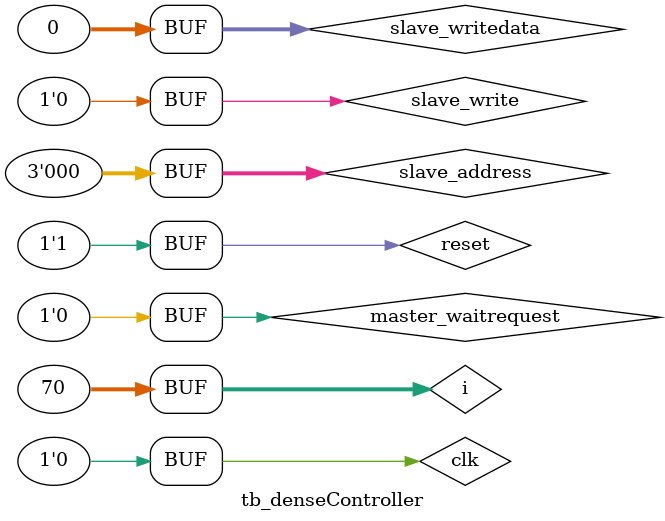
<source format=v>
`timescale 1 ps / 1 ps

module tb_denseController();

  reg clk, reset, slave_read, slave_write, master_waitrequest;
  reg [2:0] slave_address;
  reg [31:0] slave_writedata;
  wire slave_waitrequest, master_read, master_write;
  wire [31:0] slave_readdata, master_address, master_writedata, master_readdata;
  reg [31:0] sdram[0:255];
  integer i;

  denseController DUT(clk, reset, slave_waitrequest, slave_address, slave_read,
              slave_readdata, slave_write, slave_writedata, master_waitrequest,
              master_address, master_read, master_readdata,
              master_write, master_writedata);

  assign master_readdata = sdram[master_address];

  initial begin
    // Weights
    sdram[1] = 32'b0000_0001_0000_0000_0000_0000_0000_0000;
    sdram[2] = 32'b0000_0010_0000_0000_0000_0000_0000_0000;
    sdram[3] = 32'b0000_0011_0000_0000_0000_0000_0000_0000;
    sdram[4] = 32'b0000_0100_0000_0000_0000_0000_0000_0000;
    sdram[5] = 32'b0000_0101_0000_0000_0000_0000_0000_0000;
    sdram[6] = 32'b0000_0110_0000_0000_0000_0000_0000_0000;
    sdram[7] = 32'b0000_0111_0000_0000_0000_0000_0000_0000;
    sdram[8] = 32'b0000_1000_0000_0000_0000_0000_0000_0000;
    sdram[9] = 32'b0000_1001_0000_0000_0000_0000_0000_0000;

    // Input Activations
    sdram[10] = 32'b0000_0000_1000_0000_0000_0000_0000_0000;
    sdram[11] = 32'b0000_0000_0100_0000_0000_0000_0000_0000;
    sdram[12] = 32'b0000_0000_0010_0000_0000_0000_0000_0000;

    // Bias Vector
    sdram[15] = 32'b1111_1111_0000_0000_0000_0000_0000_0000;
    sdram[16] = 32'b0000_0010_0000_0000_0000_0000_0000_0000;
    sdram[17] = 32'b1111_1101_0000_0000_0000_0000_0000_0000;

    // Test
    master_waitrequest = 1'b1;
    reset = 1'b0;
    #10;
    reset = 1'b1;
    #10;

    // word1 = 15
    clk = 1'b1;
    #10;
    slave_address = 3'b001;
    slave_writedata = 32'b0000_0000_0000_0000_0000_0000_0000_1111;
    slave_write = 1'b1;
    clk = 1'b0;
    #10;

    // word2 = 1
    clk = 1'b1;
    #10;
    slave_address = 3'b010;
    slave_writedata = 32'b0000_0000_0000_0000_0000_0000_0000_0001;
    clk = 1'b0;
    #10;

    // word3 = 10
    clk = 1'b1;
    #10;
    slave_address = 3'b011;
    slave_writedata = 32'b0000_0000_0000_0000_0000_0000_0000_1010;
    clk = 1'b0;
    #10;

    // word4 = 32
    clk = 1'b1;
    #10;
    slave_address = 3'b100;
    slave_writedata = 32'b0000_0000_0000_0000_0000_0000_0010_0000;
    clk = 1'b0;
    #10;

    // word5 = 3
    clk = 1'b1;
    #10;
    slave_address = 3'b101;
    slave_writedata = 32'b0000_0000_0000_0000_0000_0000_0000_0011;
    clk = 1'b0;
    #10;

    clk = 1'b1;
    #10;
    slave_address = 3'b000;
    slave_writedata = 32'b0;
    clk = 1'b0;
    #10;

    clk = 1'b1;
    #10;
    slave_write = 1'b0;
    clk = 1'b0;
    #10;

    clk = 1'b1;
    #10;
    master_waitrequest = 1'b0;
    clk = 1'b0;
    #10;

    for (i = 0; i < 70; i = i + 1) begin
      clk = 1'b1;
      #10;
      if (master_write)
        sdram[master_address] = master_writedata;
      clk = 1'b0;
      #10;
    end

    // Test 2
    // Weights
    sdram[100] = 32'b0000_0000_1000_0000_0000_0000_0000_0000;
    sdram[101] = 32'b0000_0001_0000_0000_0000_0000_0000_0000;
    sdram[102] = 32'b0000_0000_1000_0000_0000_0000_0000_0000;
    sdram[103] = 32'b0000_0001_0000_0000_0000_0000_0000_0000;
    sdram[104] = 32'b0000_0000_1000_0000_0000_0000_0000_0000;
    sdram[105] = 32'b0000_0001_0000_0000_0000_0000_0000_0000;
    sdram[106] = 32'b0000_0000_1000_0000_0000_0000_0000_0000;
    sdram[107] = 32'b0000_0001_0000_0000_0000_0000_0000_0000;
    sdram[108] = 32'b0000_0000_1000_0000_0000_0000_0000_0000;

    // Bias Vector
    sdram[15] = 32'b1111_0111_0000_0000_0000_0000_0000_0000;
    sdram[16] = 32'b0000_0001_0000_0000_0000_0000_0000_0000;
    sdram[17] = 32'b0000_0000_0000_0000_0000_0000_0000_0000;

    // word1 = 15
    clk = 1'b1;
    #10;
    slave_address = 3'b001;
    slave_writedata = 32'b0000_0000_0000_0000_0000_0000_0000_1111;
    slave_write = 1'b1;
    clk = 1'b0;
    #10;

    // word2 = 100
    clk = 1'b1;
    #10;
    slave_address = 3'b010;
    slave_writedata = 32'b0000_0000_0000_0000_0000_0000_0110_0100;
    clk = 1'b0;
    #10;

    // word3 = 32
    clk = 1'b1;
    #10;
    slave_address = 3'b011;
    slave_writedata = 32'b0000_0000_0000_0000_0000_0000_0010_0000;
    clk = 1'b0;
    #10;

    // word4 = 200
    clk = 1'b1;
    #10;
    slave_address = 3'b100;
    slave_writedata = 32'b0000_0000_0000_0000_0000_0000_1100_1000;
    clk = 1'b0;
    #10;

    clk = 1'b1;
    #10;
    slave_address = 3'b000;
    slave_writedata = 32'b0;
    clk = 1'b0;
    #10;

    clk = 1'b1;
    #10;
    slave_write = 1'b0;
    clk = 1'b0;
    #10;

    for (i = 0; i < 70; i = i + 1) begin
      clk = 1'b1;
      #10;
      if (master_write)
        sdram[master_address] = master_writedata;
      clk = 1'b0;
      #10;
    end
  end

endmodule

</source>
